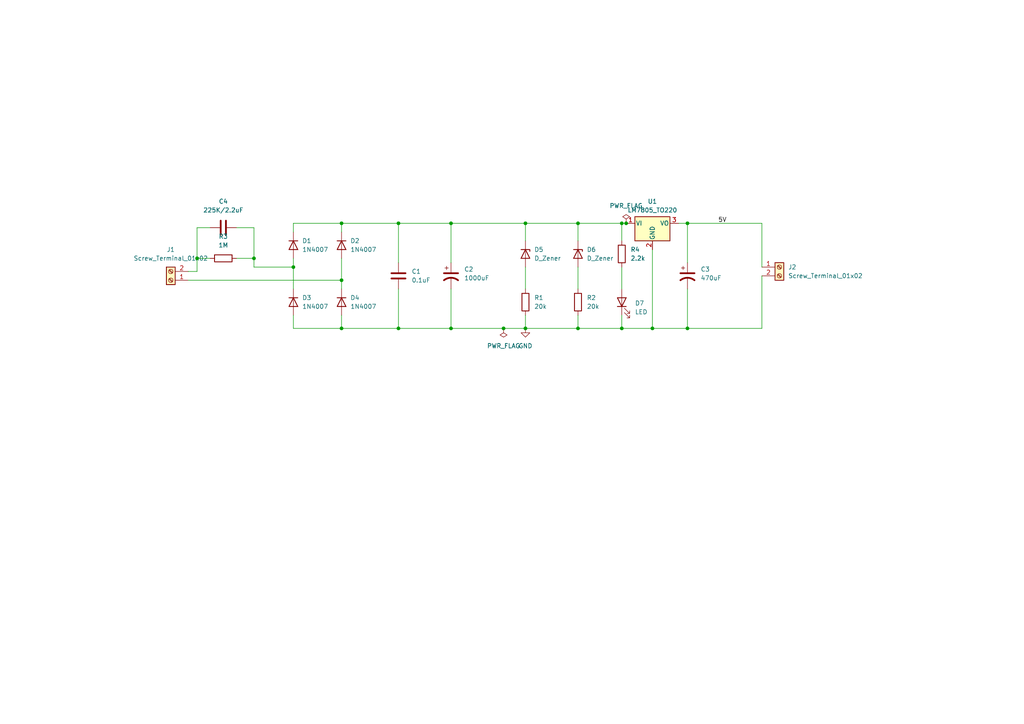
<source format=kicad_sch>
(kicad_sch (version 20250114) (generator "eeschema") (generator_version "9.0")
  (paper "A4")
  (title_block (title "Tranformerless Power Supply") (date "2025-09-18") (company "Nitya"))
  (lib_symbols
    (symbol "Connector:Screw_Terminal_01x02" (pin_names (offset 1.016) (hide yes))
      (property "Reference" "J" (at 0 2.54 0))
      (property "Value" "Screw_Terminal_01x02" (at 0 -5.08 0))
      (symbol "Screw_Terminal_01x02_1_1"
        (rectangle (start -1.27 1.27) (end 1.27 -3.81) (stroke (width 0.254)) (fill (type background)))
        (polyline (pts (xy -0.5334 0.3302) (xy 0.3302 -0.508)) (stroke (width 0.1524)))
        (polyline (pts (xy -0.5334 -2.2098) (xy 0.3302 -3.048)) (stroke (width 0.1524)))
        (polyline (pts (xy -0.3556 0.508) (xy 0.508 -0.3302)) (stroke (width 0.1524)))
        (polyline (pts (xy -0.3556 -2.032) (xy 0.508 -2.8702)) (stroke (width 0.1524)))
        (circle (center 0 0) (radius 0.635) (stroke (width 0.1524)))
        (circle (center 0 -2.54) (radius 0.635) (stroke (width 0.1524)))
        (pin passive line (at -5.08 0 0) (length 3.81) (name "Pin_1") (number "1"))
        (pin passive line (at -5.08 -2.54 0) (length 3.81) (name "Pin_2") (number "2"))
      )
    )
    (symbol "Device:C" (pin_numbers (hide yes)) (pin_names (offset 0.254))
      (property "Reference" "C" (at 0.635 2.54 0))
      (property "Value" "C" (at 0.635 -2.54 0))
      (symbol "C_0_1"
        (polyline (pts (xy -2.032 0.762) (xy 2.032 0.762)) (stroke (width 0.508)))
        (polyline (pts (xy -2.032 -0.762) (xy 2.032 -0.762)) (stroke (width 0.508)))
      )
      (symbol "C_1_1"
        (pin passive line (at 0 3.81 270) (length 2.794) (name "~") (number "1"))
        (pin passive line (at 0 -3.81 90) (length 2.794) (name "~") (number "2"))
      )
    )
    (symbol "Device:C_Polarized_US" (pin_numbers (hide yes)) (pin_names (offset 0.254) (hide yes))
      (property "Reference" "C" (at 0.635 2.54 0))
      (property "Value" "C_Polarized_US" (at 0.635 -2.54 0))
      (symbol "C_Polarized_US_0_1"
        (polyline (pts (xy -2.032 0.762) (xy 2.032 0.762)) (stroke (width 0.508)))
        (polyline (pts (xy -1.778 2.286) (xy -0.762 2.286)))
        (polyline (pts (xy -1.27 1.778) (xy -1.27 2.794)))
        (arc (start -2.032 -1.27) (mid 0 -0.5572) (end 2.032 -1.27) (stroke (width 0.508)))
      )
      (symbol "C_Polarized_US_1_1"
        (pin passive line (at 0 3.81 270) (length 2.794) (name "~") (number "1"))
        (pin passive line (at 0 -3.81 90) (length 3.302) (name "~") (number "2"))
      )
    )
    (symbol "Device:D_Zener" (pin_numbers (hide yes)) (pin_names (offset 1.016) (hide yes))
      (property "Reference" "D" (at 0 2.54 0))
      (property "Value" "D_Zener" (at 0 -2.54 0))
      (symbol "D_Zener_0_1"
        (polyline (pts (xy -1.27 -1.27) (xy -1.27 1.27) (xy -0.762 1.27)) (stroke (width 0.254)))
        (polyline (pts (xy 1.27 0) (xy -1.27 0)))
        (polyline (pts (xy 1.27 -1.27) (xy 1.27 1.27) (xy -1.27 0) (xy 1.27 -1.27)) (stroke (width 0.254)))
      )
      (symbol "D_Zener_1_1"
        (pin passive line (at -3.81 0 0) (length 2.54) (name "K") (number "1"))
        (pin passive line (at 3.81 0 180) (length 2.54) (name "A") (number "2"))
      )
    )
    (symbol "Device:LED" (pin_numbers (hide yes)) (pin_names (offset 1.016) (hide yes))
      (property "Reference" "D" (at 0 2.54 0))
      (property "Value" "LED" (at 0 -2.54 0))
      (symbol "LED_0_1"
        (polyline (pts (xy -3.048 -0.762) (xy -4.572 -2.286) (xy -3.81 -2.286) (xy -4.572 -2.286) (xy -4.572 -1.524)))
        (polyline (pts (xy -1.778 -0.762) (xy -3.302 -2.286) (xy -2.54 -2.286) (xy -3.302 -2.286) (xy -3.302 -1.524)))
        (polyline (pts (xy -1.27 0) (xy 1.27 0)))
        (polyline (pts (xy -1.27 -1.27) (xy -1.27 1.27)) (stroke (width 0.254)))
        (polyline (pts (xy 1.27 -1.27) (xy 1.27 1.27) (xy -1.27 0) (xy 1.27 -1.27)) (stroke (width 0.254)))
      )
      (symbol "LED_1_1"
        (pin passive line (at -3.81 0 0) (length 2.54) (name "K") (number "1"))
        (pin passive line (at 3.81 0 180) (length 2.54) (name "A") (number "2"))
      )
    )
    (symbol "Device:R" (pin_numbers (hide yes)) (pin_names (offset 0))
      (property "Reference" "R" (at 2.032 0 90))
      (property "Value" "R" (at 0 0 90))
      (symbol "R_0_1"
        (rectangle (start -1.016 -2.54) (end 1.016 2.54) (stroke (width 0.254)))
      )
      (symbol "R_1_1"
        (pin passive line (at 0 3.81 270) (length 1.27) (name "~") (number "1"))
        (pin passive line (at 0 -3.81 90) (length 1.27) (name "~") (number "2"))
      )
    )
    (symbol "Diode:1N4007" (pin_numbers (hide yes)) (pin_names (hide yes))
      (property "Reference" "D" (at 0 2.54 0))
      (property "Value" "1N4007" (at 0 -2.54 0))
      (symbol "1N4007_0_1"
        (polyline (pts (xy -1.27 1.27) (xy -1.27 -1.27)) (stroke (width 0.254)))
        (polyline (pts (xy 1.27 1.27) (xy 1.27 -1.27) (xy -1.27 0) (xy 1.27 1.27)) (stroke (width 0.254)))
        (polyline (pts (xy 1.27 0) (xy -1.27 0)))
      )
      (symbol "1N4007_1_1"
        (pin passive line (at -3.81 0 0) (length 2.54) (name "K") (number "1"))
        (pin passive line (at 3.81 0 180) (length 2.54) (name "A") (number "2"))
      )
    )
    (symbol "Regulator_Linear:LM7805_TO220" (pin_names (offset 0.254))
      (property "Reference" "U" (at -3.81 3.175 0))
      (property "Value" "LM7805_TO220" (at 0 3.175 0))
      (symbol "LM7805_TO220_0_1"
        (rectangle (start -5.08 1.905) (end 5.08 -5.08) (stroke (width 0.254)) (fill (type background)))
      )
      (symbol "LM7805_TO220_1_1"
        (pin power_in line (at -7.62 0 0) (length 2.54) (name "VI") (number "1"))
        (pin power_in line (at 0 -7.62 90) (length 2.54) (name "GND") (number "2"))
        (pin power_out line (at 7.62 0 180) (length 2.54) (name "VO") (number "3"))
      )
    )
    (symbol "power:GND" (power) (pin_numbers (hide yes)) (pin_names (offset 0) (hide yes))
      (property "Value" "GND" (at 0 -3.81 0))
      (symbol "GND_0_1"
        (polyline (pts (xy 0 0) (xy 0 -1.27) (xy 1.27 -1.27) (xy 0 -2.54) (xy -1.27 -1.27) (xy 0 -1.27)))
      )
      (symbol "GND_1_1"
        (pin power_in line (at 0 0 270) (length 0) (name "~") (number "1"))
      )
    )
    (symbol "power:PWR_FLAG" (power) (pin_numbers (hide yes)) (pin_names (offset 0) (hide yes))
      (property "Value" "PWR_FLAG" (at 0 3.81 0))
      (symbol "PWR_FLAG_0_0"
        (pin power_out line (at 0 0 90) (length 0) (name "~") (number "1"))
      )
      (symbol "PWR_FLAG_0_1"
        (polyline (pts (xy 0 0) (xy 0 1.27) (xy -1.016 1.905) (xy 0 2.54) (xy 1.016 1.905) (xy 0 1.27)))
      )
    )
  )
  (junction (at 181.61 64.77))
  (junction (at 57.15 74.93))
  (junction (at 99.06 95.25))
  (junction (at 152.4 64.77))
  (junction (at 85.09 77.47))
  (junction (at 99.06 81.28))
  (junction (at 146.05 95.25))
  (junction (at 130.81 64.77))
  (junction (at 180.34 64.77))
  (junction (at 152.4 95.25))
  (junction (at 115.57 64.77))
  (junction (at 99.06 64.77))
  (junction (at 189.23 95.25))
  (junction (at 199.39 64.77))
  (junction (at 167.64 95.25))
  (junction (at 130.81 95.25))
  (junction (at 115.57 95.25))
  (junction (at 167.64 64.77))
  (junction (at 73.66 74.93))
  (junction (at 199.39 95.25))
  (junction (at 180.34 95.25))
  (wire (pts (xy 99.06 74.93) (xy 99.06 81.28)))
  (wire (pts (xy 115.57 64.77) (xy 115.57 76.2)))
  (wire (pts (xy 85.09 77.47) (xy 85.09 83.82)))
  (wire (pts (xy 57.15 74.93) (xy 60.96 74.93)))
  (wire (pts (xy 180.34 77.47) (xy 180.34 83.82)))
  (wire (pts (xy 199.39 64.77) (xy 199.39 76.2)))
  (wire (pts (xy 220.98 64.77) (xy 220.98 77.47)))
  (wire (pts (xy 152.4 64.77) (xy 167.64 64.77)))
  (wire (pts (xy 167.64 77.47) (xy 167.64 83.82)))
  (wire (pts (xy 85.09 91.44) (xy 85.09 95.25)))
  (wire (pts (xy 180.34 91.44) (xy 180.34 95.25)))
  (wire (pts (xy 99.06 64.77) (xy 115.57 64.77)))
  (wire (pts (xy 180.34 64.77) (xy 181.61 64.77)))
  (wire (pts (xy 146.05 95.25) (xy 152.4 95.25)))
  (wire (pts (xy 57.15 74.93) (xy 57.15 78.74)))
  (wire (pts (xy 130.81 83.82) (xy 130.81 95.25)))
  (wire (pts (xy 54.61 81.28) (xy 99.06 81.28)))
  (wire (pts (xy 180.34 64.77) (xy 180.34 69.85)))
  (wire (pts (xy 167.64 91.44) (xy 167.64 95.25)))
  (wire (pts (xy 99.06 95.25) (xy 115.57 95.25)))
  (wire (pts (xy 180.34 95.25) (xy 189.23 95.25)))
  (wire (pts (xy 57.15 78.74) (xy 54.61 78.74)))
  (wire (pts (xy 85.09 64.77) (xy 99.06 64.77)))
  (wire (pts (xy 130.81 64.77) (xy 152.4 64.77)))
  (wire (pts (xy 196.85 64.77) (xy 199.39 64.77)))
  (wire (pts (xy 220.98 95.25) (xy 220.98 80.01)))
  (wire (pts (xy 167.64 69.85) (xy 167.64 64.77)))
  (wire (pts (xy 115.57 95.25) (xy 130.81 95.25)))
  (wire (pts (xy 189.23 72.39) (xy 189.23 95.25)))
  (wire (pts (xy 73.66 77.47) (xy 85.09 77.47)))
  (wire (pts (xy 99.06 91.44) (xy 99.06 95.25)))
  (wire (pts (xy 167.64 64.77) (xy 180.34 64.77)))
  (wire (pts (xy 199.39 64.77) (xy 220.98 64.77)))
  (wire (pts (xy 73.66 74.93) (xy 73.66 77.47)))
  (wire (pts (xy 167.64 95.25) (xy 180.34 95.25)))
  (wire (pts (xy 152.4 69.85) (xy 152.4 64.77)))
  (wire (pts (xy 189.23 95.25) (xy 199.39 95.25)))
  (wire (pts (xy 199.39 95.25) (xy 220.98 95.25)))
  (wire (pts (xy 73.66 66.04) (xy 73.66 74.93)))
  (wire (pts (xy 152.4 95.25) (xy 167.64 95.25)))
  (wire (pts (xy 68.58 74.93) (xy 73.66 74.93)))
  (wire (pts (xy 115.57 64.77) (xy 130.81 64.77)))
  (wire (pts (xy 99.06 64.77) (xy 99.06 67.31)))
  (wire (pts (xy 85.09 95.25) (xy 99.06 95.25)))
  (wire (pts (xy 130.81 95.25) (xy 146.05 95.25)))
  (wire (pts (xy 57.15 66.04) (xy 57.15 74.93)))
  (wire (pts (xy 199.39 95.25) (xy 199.39 83.82)))
  (wire (pts (xy 60.96 66.04) (xy 57.15 66.04)))
  (wire (pts (xy 99.06 81.28) (xy 99.06 83.82)))
  (wire (pts (xy 152.4 77.47) (xy 152.4 83.82)))
  (wire (pts (xy 68.58 66.04) (xy 73.66 66.04)))
  (wire (pts (xy 85.09 67.31) (xy 85.09 64.77)))
  (wire (pts (xy 115.57 83.82) (xy 115.57 95.25)))
  (wire (pts (xy 85.09 74.93) (xy 85.09 77.47)))
  (wire (pts (xy 130.81 64.77) (xy 130.81 76.2)))
  (wire (pts (xy 152.4 91.44) (xy 152.4 95.25)))
  (label "5V" (at 208.28 64.77 0))
  (symbol (lib_id "Device:R") (at 64.77 74.93 90) (unit 1)
    (property "Reference" "R3" (at 64.77 68.58 90))
    (property "Value" "1M" (at 64.77 71.12 90))
    (property "Footprint" "Resistor_THT:R_Axial_DIN0207_L6.3mm_D2.5mm_P7.62mm_Horizontal" (effects (hide yes)))
    (property "Description" "Resistor" (effects (hide yes)))
  )
  (symbol (lib_id "Device:C") (at 115.57 80.01 0) (unit 1)
    (property "Reference" "C1" (at 119.38 78.7399 0) (effects (justify left)))
    (property "Value" "0.1uF" (at 119.38 81.2799 0) (effects (justify left)))
    (property "Footprint" "Capacitor_THT:C_Disc_D4.7mm_W2.5mm_P5.00mm" (effects (hide yes)))
    (property "Description" "Unpolarized capacitor" (effects (hide yes)))
  )
  (symbol (lib_id "Device:R") (at 180.34 73.66 0) (unit 1)
    (property "Reference" "R4" (at 182.88 72.3899 0) (effects (justify left)))
    (property "Value" "2.2k" (at 182.88 74.9299 0) (effects (justify left)))
    (property "Footprint" "Resistor_THT:R_Axial_DIN0207_L6.3mm_D2.5mm_P7.62mm_Horizontal" (effects (hide yes)))
    (property "Description" "Resistor" (effects (hide yes)))
  )
  (symbol (lib_id "Device:D_Zener") (at 167.64 73.66 270) (unit 1)
    (property "Reference" "D6" (at 170.18 72.3899 90) (effects (justify left)))
    (property "Value" "D_Zener" (at 170.18 74.9299 90) (effects (justify left)))
    (property "Footprint" "Diode_THT:D_A-405_P7.62mm_Horizontal" (effects (hide yes)))
    (property "Description" "Zener diode" (effects (hide yes)))
  )
  (symbol (lib_id "Device:C_Polarized_US") (at 199.39 80.01 0) (unit 1)
    (property "Reference" "C3" (at 203.2 78.1049 0) (effects (justify left)))
    (property "Value" "470uF" (at 203.2 80.6449 0) (effects (justify left)))
    (property "Footprint" "Capacitor_THT:CP_Radial_D10.0mm_P3.80mm" (effects (hide yes)))
    (property "Description" "Polarized capacitor, US symbol" (effects (hide yes)))
  )
  (symbol (lib_id "Device:R") (at 152.4 87.63 0) (unit 1)
    (property "Reference" "R1" (at 154.94 86.3599 0) (effects (justify left)))
    (property "Value" "20k" (at 154.94 88.8999 0) (effects (justify left)))
    (property "Footprint" "Resistor_THT:R_Axial_DIN0207_L6.3mm_D2.5mm_P7.62mm_Horizontal" (effects (hide yes)))
    (property "Description" "Resistor" (effects (hide yes)))
  )
  (symbol (lib_id "Device:C_Polarized_US") (at 130.81 80.01 0) (unit 1)
    (property "Reference" "C2" (at 134.62 78.1049 0) (effects (justify left)))
    (property "Value" "1000uF" (at 134.62 80.6449 0) (effects (justify left)))
    (property "Footprint" "Capacitor_THT:CP_Radial_D10.0mm_P5.00mm" (effects (hide yes)))
    (property "Description" "Polarized capacitor, US symbol" (effects (hide yes)))
  )
  (symbol (lib_id "power:PWR_FLAG") (at 146.05 95.25 180) (unit 1)
    (property "Reference" "#FLG02" (effects (hide yes)))
    (property "Value" "PWR_FLAG" (at 146.05 100.33 0))
    (property "Description" "Special symbol for telling ERC where power comes from" (effects (hide yes)))
  )
  (symbol (lib_id "Diode:1N4007") (at 99.06 87.63 270) (unit 1)
    (property "Reference" "D4" (at 101.6 86.3599 90) (effects (justify left)))
    (property "Value" "1N4007" (at 101.6 88.8999 90) (effects (justify left)))
    (property "Footprint" "Diode_THT:D_DO-41_SOD81_P10.16mm_Horizontal" (effects (hide yes)))
    (property "Datasheet" "http://www.vishay.com/docs/88503/1n4001.pdf" (effects (hide yes)))
    (property "Description" "1000V 1A General Purpose Rectifier Diode, DO-41" (effects (hide yes)))
    (property "Sim.Device" "D" (effects (hide yes)))
    (property "Sim.Pins" "1=K 2=A" (effects (hide yes)))
  )
  (symbol (lib_id "Connector:Screw_Terminal_01x02") (at 226.06 77.47 0) (unit 1)
    (property "Reference" "J2" (at 228.6 77.4699 0) (effects (justify left)))
    (property "Value" "Screw_Terminal_01x02" (at 228.6 80.0099 0) (effects (justify left)))
    (property "Footprint" "TerminalBlock:TerminalBlock_bornier-2_P5.08mm" (effects (hide yes)))
    (property "Description" "Generic screw terminal, single row, 01x02, script generated (kicad-library-utils/schlib/autogen/connector/)" (effects (hide yes)))
  )
  (symbol (lib_id "power:PWR_FLAG") (at 181.61 64.77 0) (unit 1)
    (property "Reference" "#FLG01" (effects (hide yes)))
    (property "Value" "PWR_FLAG" (at 181.61 59.69 0))
    (property "Description" "Special symbol for telling ERC where power comes from" (effects (hide yes)))
  )
  (symbol (lib_id "Device:D_Zener") (at 152.4 73.66 270) (unit 1)
    (property "Reference" "D5" (at 154.94 72.3899 90) (effects (justify left)))
    (property "Value" "D_Zener" (at 154.94 74.9299 90) (effects (justify left)))
    (property "Footprint" "Diode_THT:D_A-405_P7.62mm_Horizontal" (effects (hide yes)))
    (property "Description" "Zener diode" (effects (hide yes)))
  )
  (symbol (lib_id "Regulator_Linear:LM7805_TO220") (at 189.23 64.77 0) (unit 1)
    (property "Reference" "U1" (at 189.23 58.42 0))
    (property "Value" "LM7805_TO220" (at 189.23 60.96 0))
    (property "Footprint" "Package_TO_SOT_THT:TO-220-3_Vertical" (effects (hide yes)))
    (property "Datasheet" "https://www.onsemi.cn/PowerSolutions/document/MC7800-D.PDF" (effects (hide yes)))
    (property "Description" "Positive 1A 35V Linear Regulator, Fixed Output 5V, TO-220" (effects (hide yes)))
  )
  (symbol (lib_id "power:GND") (at 152.4 95.25 0) (unit 1)
    (property "Reference" "#PWR01" (effects (hide yes)))
    (property "Value" "GND" (at 152.4 100.33 0))
    (property "Description" "Power symbol creates a global label with name \"GND\" , ground" (effects (hide yes)))
  )
  (symbol (lib_id "Device:R") (at 167.64 87.63 0) (unit 1)
    (property "Reference" "R2" (at 170.18 86.3599 0) (effects (justify left)))
    (property "Value" "20k" (at 170.18 88.8999 0) (effects (justify left)))
    (property "Footprint" "Resistor_THT:R_Axial_DIN0207_L6.3mm_D2.5mm_P7.62mm_Horizontal" (effects (hide yes)))
    (property "Description" "Resistor" (effects (hide yes)))
  )
  (symbol (lib_id "Diode:1N4007") (at 99.06 71.12 270) (unit 1)
    (property "Reference" "D2" (at 101.6 69.8499 90) (effects (justify left)))
    (property "Value" "1N4007" (at 101.6 72.3899 90) (effects (justify left)))
    (property "Footprint" "Diode_THT:D_DO-41_SOD81_P10.16mm_Horizontal" (effects (hide yes)))
    (property "Datasheet" "http://www.vishay.com/docs/88503/1n4001.pdf" (effects (hide yes)))
    (property "Description" "1000V 1A General Purpose Rectifier Diode, DO-41" (effects (hide yes)))
    (property "Sim.Device" "D" (effects (hide yes)))
    (property "Sim.Pins" "1=K 2=A" (effects (hide yes)))
  )
  (symbol (lib_id "Diode:1N4007") (at 85.09 71.12 270) (unit 1)
    (property "Reference" "D1" (at 87.63 69.8499 90) (effects (justify left)))
    (property "Value" "1N4007" (at 87.63 72.3899 90) (effects (justify left)))
    (property "Footprint" "Diode_THT:D_DO-41_SOD81_P10.16mm_Horizontal" (effects (hide yes)))
    (property "Datasheet" "http://www.vishay.com/docs/88503/1n4001.pdf" (effects (hide yes)))
    (property "Description" "1000V 1A General Purpose Rectifier Diode, DO-41" (effects (hide yes)))
    (property "Sim.Device" "D" (effects (hide yes)))
    (property "Sim.Pins" "1=K 2=A" (effects (hide yes)))
  )
  (symbol (lib_id "Device:C") (at 64.77 66.04 90) (unit 1)
    (property "Reference" "C4" (at 64.77 58.42 90))
    (property "Value" "225K/2.2uF" (at 64.77 60.96 90))
    (property "Footprint" "Capacitor_THT:C_Rect_L18.0mm_W6.0mm_P15.00mm_FKS3_FKP3" (effects (hide yes)))
    (property "Description" "Unpolarized capacitor" (effects (hide yes)))
  )
  (symbol (lib_id "Connector:Screw_Terminal_01x02") (at 49.53 81.28 180) (unit 1)
    (property "Reference" "J1" (at 49.53 72.39 0))
    (property "Value" "Screw_Terminal_01x02" (at 49.53 74.93 0))
    (property "Footprint" "TerminalBlock:TerminalBlock_bornier-2_P5.08mm" (effects (hide yes)))
    (property "Description" "Generic screw terminal, single row, 01x02, script generated (kicad-library-utils/schlib/autogen/connector/)" (effects (hide yes)))
  )
  (symbol (lib_id "Device:LED") (at 180.34 87.63 90) (unit 1)
    (property "Reference" "D7" (at 184.15 87.9474 90) (effects (justify right)))
    (property "Value" "LED" (at 184.15 90.4874 90) (effects (justify right)))
    (property "Footprint" "LED_THT:LED_D5.0mm" (effects (hide yes)))
    (property "Description" "Light emitting diode" (effects (hide yes)))
    (property "Sim.Pins" "1=K 2=A" (effects (hide yes)))
  )
  (symbol (lib_id "Diode:1N4007") (at 85.09 87.63 270) (unit 1)
    (property "Reference" "D3" (at 87.63 86.3599 90) (effects (justify left)))
    (property "Value" "1N4007" (at 87.63 88.8999 90) (effects (justify left)))
    (property "Footprint" "Diode_THT:D_DO-41_SOD81_P10.16mm_Horizontal" (effects (hide yes)))
    (property "Datasheet" "http://www.vishay.com/docs/88503/1n4001.pdf" (effects (hide yes)))
    (property "Description" "1000V 1A General Purpose Rectifier Diode, DO-41" (effects (hide yes)))
    (property "Sim.Device" "D" (effects (hide yes)))
    (property "Sim.Pins" "1=K 2=A" (effects (hide yes)))
  )
)
</source>
